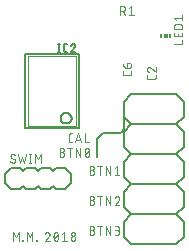
<source format=gto>
G75*
%MOIN*%
%OFA0B0*%
%FSLAX25Y25*%
%IPPOS*%
%LPD*%
%AMOC8*
5,1,8,0,0,1.08239X$1,22.5*
%
%ADD10C,0.00400*%
%ADD11C,0.00300*%
%ADD12C,0.00600*%
%ADD13C,0.00200*%
%ADD14C,0.00500*%
%ADD15R,0.00591X0.01181*%
%ADD16R,0.01181X0.01181*%
D10*
X0008425Y0006121D02*
X0008425Y0008921D01*
X0009358Y0007366D01*
X0010292Y0008921D01*
X0010292Y0006121D01*
X0011585Y0006121D02*
X0011740Y0006121D01*
X0011740Y0006277D01*
X0011585Y0006277D01*
X0011585Y0006121D01*
X0013033Y0006121D02*
X0013033Y0008921D01*
X0013966Y0007366D01*
X0014900Y0008921D01*
X0014900Y0006121D01*
X0016193Y0006121D02*
X0016348Y0006121D01*
X0016348Y0006277D01*
X0016193Y0006277D01*
X0016193Y0006121D01*
X0019045Y0006121D02*
X0020600Y0006121D01*
X0023247Y0006510D02*
X0023287Y0006596D01*
X0023323Y0006684D01*
X0023356Y0006774D01*
X0023385Y0006864D01*
X0023410Y0006956D01*
X0023431Y0007049D01*
X0023449Y0007142D01*
X0023462Y0007236D01*
X0023472Y0007331D01*
X0023478Y0007426D01*
X0023480Y0007521D01*
X0021925Y0007521D02*
X0021927Y0007616D01*
X0021933Y0007711D01*
X0021943Y0007806D01*
X0021956Y0007900D01*
X0021974Y0007993D01*
X0021995Y0008086D01*
X0022020Y0008178D01*
X0022049Y0008268D01*
X0022082Y0008358D01*
X0022118Y0008446D01*
X0022158Y0008532D01*
X0022702Y0008922D02*
X0022747Y0008920D01*
X0022791Y0008915D01*
X0022835Y0008906D01*
X0022878Y0008895D01*
X0022920Y0008879D01*
X0022960Y0008861D01*
X0022999Y0008839D01*
X0023037Y0008815D01*
X0023072Y0008787D01*
X0023105Y0008757D01*
X0023136Y0008725D01*
X0023164Y0008690D01*
X0023189Y0008653D01*
X0023211Y0008615D01*
X0023231Y0008574D01*
X0023247Y0008533D01*
X0023325Y0008299D02*
X0022080Y0006743D01*
X0022702Y0006121D02*
X0022747Y0006123D01*
X0022791Y0006128D01*
X0022835Y0006137D01*
X0022878Y0006148D01*
X0022920Y0006164D01*
X0022960Y0006182D01*
X0022999Y0006204D01*
X0023037Y0006228D01*
X0023072Y0006256D01*
X0023105Y0006286D01*
X0023136Y0006318D01*
X0023164Y0006353D01*
X0023189Y0006390D01*
X0023211Y0006428D01*
X0023231Y0006469D01*
X0023247Y0006510D01*
X0022702Y0006121D02*
X0022657Y0006123D01*
X0022613Y0006128D01*
X0022569Y0006137D01*
X0022526Y0006148D01*
X0022484Y0006164D01*
X0022444Y0006182D01*
X0022405Y0006204D01*
X0022367Y0006228D01*
X0022332Y0006256D01*
X0022299Y0006286D01*
X0022268Y0006318D01*
X0022240Y0006353D01*
X0022215Y0006390D01*
X0022193Y0006428D01*
X0022173Y0006469D01*
X0022157Y0006510D01*
X0023480Y0007521D02*
X0023478Y0007616D01*
X0023472Y0007711D01*
X0023462Y0007806D01*
X0023449Y0007900D01*
X0023431Y0007993D01*
X0023410Y0008086D01*
X0023385Y0008178D01*
X0023356Y0008268D01*
X0023323Y0008358D01*
X0023287Y0008446D01*
X0023247Y0008532D01*
X0022702Y0008922D02*
X0022657Y0008920D01*
X0022613Y0008915D01*
X0022569Y0008906D01*
X0022526Y0008895D01*
X0022484Y0008879D01*
X0022444Y0008861D01*
X0022405Y0008839D01*
X0022367Y0008815D01*
X0022332Y0008787D01*
X0022299Y0008757D01*
X0022268Y0008725D01*
X0022240Y0008690D01*
X0022215Y0008653D01*
X0022193Y0008615D01*
X0022173Y0008574D01*
X0022157Y0008533D01*
X0020367Y0007677D02*
X0019045Y0006121D01*
X0019045Y0008299D02*
X0019064Y0008352D01*
X0019086Y0008404D01*
X0019112Y0008454D01*
X0019141Y0008503D01*
X0019172Y0008550D01*
X0019207Y0008595D01*
X0019244Y0008637D01*
X0019284Y0008677D01*
X0019327Y0008714D01*
X0019371Y0008749D01*
X0019418Y0008781D01*
X0019467Y0008810D01*
X0019517Y0008835D01*
X0019569Y0008858D01*
X0019622Y0008877D01*
X0019676Y0008893D01*
X0019731Y0008905D01*
X0019787Y0008914D01*
X0019844Y0008919D01*
X0019900Y0008921D01*
X0019950Y0008919D01*
X0020000Y0008914D01*
X0020049Y0008905D01*
X0020097Y0008893D01*
X0020145Y0008877D01*
X0020191Y0008858D01*
X0020235Y0008835D01*
X0020278Y0008810D01*
X0020319Y0008781D01*
X0020358Y0008750D01*
X0020395Y0008716D01*
X0020429Y0008679D01*
X0020460Y0008640D01*
X0020489Y0008599D01*
X0020514Y0008556D01*
X0020537Y0008512D01*
X0020556Y0008466D01*
X0020572Y0008418D01*
X0020584Y0008370D01*
X0020593Y0008321D01*
X0020598Y0008271D01*
X0020600Y0008221D01*
X0020598Y0008170D01*
X0020593Y0008120D01*
X0020585Y0008070D01*
X0020573Y0008020D01*
X0020558Y0007972D01*
X0020539Y0007925D01*
X0020518Y0007879D01*
X0020493Y0007834D01*
X0020466Y0007792D01*
X0020435Y0007751D01*
X0020402Y0007713D01*
X0020367Y0007676D01*
X0021925Y0007521D02*
X0021927Y0007426D01*
X0021933Y0007331D01*
X0021943Y0007236D01*
X0021956Y0007142D01*
X0021974Y0007049D01*
X0021995Y0006956D01*
X0022020Y0006864D01*
X0022049Y0006774D01*
X0022082Y0006684D01*
X0022118Y0006596D01*
X0022158Y0006510D01*
X0024805Y0006121D02*
X0026360Y0006121D01*
X0025582Y0006121D02*
X0025582Y0008921D01*
X0024805Y0008299D01*
X0027840Y0008299D02*
X0027842Y0008250D01*
X0027848Y0008202D01*
X0027857Y0008154D01*
X0027870Y0008107D01*
X0027887Y0008061D01*
X0027908Y0008017D01*
X0027932Y0007974D01*
X0027959Y0007933D01*
X0027989Y0007895D01*
X0028022Y0007859D01*
X0028058Y0007826D01*
X0028096Y0007796D01*
X0028137Y0007769D01*
X0028180Y0007745D01*
X0028224Y0007724D01*
X0028270Y0007707D01*
X0028317Y0007694D01*
X0028365Y0007685D01*
X0028413Y0007679D01*
X0028462Y0007677D01*
X0028511Y0007679D01*
X0028559Y0007685D01*
X0028607Y0007694D01*
X0028654Y0007707D01*
X0028700Y0007724D01*
X0028744Y0007745D01*
X0028787Y0007769D01*
X0028828Y0007796D01*
X0028866Y0007826D01*
X0028902Y0007859D01*
X0028935Y0007895D01*
X0028965Y0007933D01*
X0028992Y0007974D01*
X0029016Y0008017D01*
X0029037Y0008061D01*
X0029054Y0008107D01*
X0029067Y0008154D01*
X0029076Y0008202D01*
X0029082Y0008250D01*
X0029084Y0008299D01*
X0029082Y0008348D01*
X0029076Y0008396D01*
X0029067Y0008444D01*
X0029054Y0008491D01*
X0029037Y0008537D01*
X0029016Y0008581D01*
X0028992Y0008624D01*
X0028965Y0008665D01*
X0028935Y0008703D01*
X0028902Y0008739D01*
X0028866Y0008772D01*
X0028828Y0008802D01*
X0028787Y0008829D01*
X0028744Y0008853D01*
X0028700Y0008874D01*
X0028654Y0008891D01*
X0028607Y0008904D01*
X0028559Y0008913D01*
X0028511Y0008919D01*
X0028462Y0008921D01*
X0028413Y0008919D01*
X0028365Y0008913D01*
X0028317Y0008904D01*
X0028270Y0008891D01*
X0028224Y0008874D01*
X0028180Y0008853D01*
X0028137Y0008829D01*
X0028096Y0008802D01*
X0028058Y0008772D01*
X0028022Y0008739D01*
X0027989Y0008703D01*
X0027959Y0008665D01*
X0027932Y0008624D01*
X0027908Y0008581D01*
X0027887Y0008537D01*
X0027870Y0008491D01*
X0027857Y0008444D01*
X0027848Y0008396D01*
X0027842Y0008348D01*
X0027840Y0008299D01*
X0027684Y0006899D02*
X0027686Y0006843D01*
X0027692Y0006788D01*
X0027702Y0006734D01*
X0027716Y0006680D01*
X0027733Y0006627D01*
X0027754Y0006576D01*
X0027779Y0006526D01*
X0027808Y0006478D01*
X0027839Y0006433D01*
X0027874Y0006390D01*
X0027912Y0006349D01*
X0027953Y0006311D01*
X0027996Y0006276D01*
X0028041Y0006245D01*
X0028089Y0006216D01*
X0028139Y0006191D01*
X0028190Y0006170D01*
X0028243Y0006153D01*
X0028297Y0006139D01*
X0028351Y0006129D01*
X0028406Y0006123D01*
X0028462Y0006121D01*
X0028518Y0006123D01*
X0028573Y0006129D01*
X0028627Y0006139D01*
X0028681Y0006153D01*
X0028734Y0006170D01*
X0028785Y0006191D01*
X0028835Y0006216D01*
X0028883Y0006245D01*
X0028928Y0006276D01*
X0028971Y0006311D01*
X0029012Y0006349D01*
X0029050Y0006390D01*
X0029085Y0006433D01*
X0029116Y0006478D01*
X0029145Y0006526D01*
X0029170Y0006576D01*
X0029191Y0006627D01*
X0029208Y0006680D01*
X0029222Y0006734D01*
X0029232Y0006788D01*
X0029238Y0006843D01*
X0029240Y0006899D01*
X0029238Y0006955D01*
X0029232Y0007010D01*
X0029222Y0007064D01*
X0029208Y0007118D01*
X0029191Y0007171D01*
X0029170Y0007222D01*
X0029145Y0007272D01*
X0029116Y0007320D01*
X0029085Y0007365D01*
X0029050Y0007408D01*
X0029012Y0007449D01*
X0028971Y0007487D01*
X0028928Y0007522D01*
X0028883Y0007553D01*
X0028835Y0007582D01*
X0028785Y0007607D01*
X0028734Y0007628D01*
X0028681Y0007645D01*
X0028627Y0007659D01*
X0028573Y0007669D01*
X0028518Y0007675D01*
X0028462Y0007677D01*
X0028406Y0007675D01*
X0028351Y0007669D01*
X0028297Y0007659D01*
X0028243Y0007645D01*
X0028190Y0007628D01*
X0028139Y0007607D01*
X0028089Y0007582D01*
X0028041Y0007553D01*
X0027996Y0007522D01*
X0027953Y0007487D01*
X0027912Y0007449D01*
X0027874Y0007408D01*
X0027839Y0007365D01*
X0027808Y0007320D01*
X0027779Y0007272D01*
X0027754Y0007222D01*
X0027733Y0007171D01*
X0027716Y0007118D01*
X0027702Y0007064D01*
X0027692Y0007010D01*
X0027686Y0006955D01*
X0027684Y0006899D01*
D11*
X0033966Y0008040D02*
X0033966Y0010940D01*
X0034771Y0010940D01*
X0034771Y0010939D02*
X0034820Y0010937D01*
X0034869Y0010931D01*
X0034918Y0010922D01*
X0034965Y0010909D01*
X0035012Y0010892D01*
X0035057Y0010872D01*
X0035100Y0010849D01*
X0035142Y0010822D01*
X0035181Y0010792D01*
X0035218Y0010759D01*
X0035252Y0010723D01*
X0035283Y0010685D01*
X0035312Y0010645D01*
X0035337Y0010603D01*
X0035359Y0010558D01*
X0035377Y0010513D01*
X0035392Y0010466D01*
X0035403Y0010418D01*
X0035411Y0010369D01*
X0035415Y0010320D01*
X0035415Y0010270D01*
X0035411Y0010221D01*
X0035403Y0010172D01*
X0035392Y0010124D01*
X0035377Y0010077D01*
X0035359Y0010032D01*
X0035337Y0009987D01*
X0035312Y0009945D01*
X0035283Y0009905D01*
X0035252Y0009867D01*
X0035218Y0009831D01*
X0035181Y0009798D01*
X0035142Y0009768D01*
X0035100Y0009741D01*
X0035057Y0009718D01*
X0035012Y0009698D01*
X0034965Y0009681D01*
X0034918Y0009668D01*
X0034869Y0009659D01*
X0034820Y0009653D01*
X0034771Y0009651D01*
X0033966Y0009651D01*
X0034771Y0009651D02*
X0034826Y0009649D01*
X0034881Y0009643D01*
X0034935Y0009634D01*
X0034988Y0009621D01*
X0035041Y0009604D01*
X0035092Y0009584D01*
X0035142Y0009561D01*
X0035190Y0009534D01*
X0035236Y0009503D01*
X0035280Y0009470D01*
X0035321Y0009434D01*
X0035360Y0009395D01*
X0035396Y0009354D01*
X0035429Y0009310D01*
X0035460Y0009264D01*
X0035487Y0009216D01*
X0035510Y0009166D01*
X0035530Y0009115D01*
X0035547Y0009062D01*
X0035560Y0009009D01*
X0035569Y0008955D01*
X0035575Y0008900D01*
X0035577Y0008845D01*
X0035575Y0008790D01*
X0035569Y0008735D01*
X0035560Y0008681D01*
X0035547Y0008628D01*
X0035530Y0008575D01*
X0035510Y0008524D01*
X0035487Y0008474D01*
X0035460Y0008426D01*
X0035429Y0008380D01*
X0035396Y0008336D01*
X0035360Y0008295D01*
X0035321Y0008256D01*
X0035280Y0008220D01*
X0035236Y0008187D01*
X0035190Y0008156D01*
X0035142Y0008129D01*
X0035092Y0008106D01*
X0035041Y0008086D01*
X0034988Y0008069D01*
X0034935Y0008056D01*
X0034881Y0008047D01*
X0034826Y0008041D01*
X0034771Y0008039D01*
X0034771Y0008040D02*
X0033966Y0008040D01*
X0036511Y0010940D02*
X0038122Y0010940D01*
X0039295Y0010940D02*
X0040906Y0008040D01*
X0040906Y0010940D01*
X0042271Y0010940D02*
X0043238Y0010940D01*
X0043238Y0010939D02*
X0043287Y0010937D01*
X0043336Y0010931D01*
X0043385Y0010922D01*
X0043432Y0010909D01*
X0043479Y0010892D01*
X0043524Y0010872D01*
X0043567Y0010849D01*
X0043609Y0010822D01*
X0043648Y0010792D01*
X0043685Y0010759D01*
X0043719Y0010723D01*
X0043750Y0010685D01*
X0043779Y0010645D01*
X0043804Y0010603D01*
X0043826Y0010558D01*
X0043844Y0010513D01*
X0043859Y0010466D01*
X0043870Y0010418D01*
X0043878Y0010369D01*
X0043882Y0010320D01*
X0043882Y0010270D01*
X0043878Y0010221D01*
X0043870Y0010172D01*
X0043859Y0010124D01*
X0043844Y0010077D01*
X0043826Y0010032D01*
X0043804Y0009987D01*
X0043779Y0009945D01*
X0043750Y0009905D01*
X0043719Y0009867D01*
X0043685Y0009831D01*
X0043648Y0009798D01*
X0043609Y0009768D01*
X0043567Y0009741D01*
X0043524Y0009718D01*
X0043479Y0009698D01*
X0043432Y0009681D01*
X0043385Y0009668D01*
X0043336Y0009659D01*
X0043287Y0009653D01*
X0043238Y0009651D01*
X0042593Y0009651D01*
X0043077Y0009651D02*
X0043132Y0009649D01*
X0043187Y0009643D01*
X0043241Y0009634D01*
X0043294Y0009621D01*
X0043347Y0009604D01*
X0043398Y0009584D01*
X0043448Y0009561D01*
X0043496Y0009534D01*
X0043542Y0009503D01*
X0043586Y0009470D01*
X0043627Y0009434D01*
X0043666Y0009395D01*
X0043702Y0009354D01*
X0043735Y0009310D01*
X0043766Y0009264D01*
X0043793Y0009216D01*
X0043816Y0009166D01*
X0043836Y0009115D01*
X0043853Y0009062D01*
X0043866Y0009009D01*
X0043875Y0008955D01*
X0043881Y0008900D01*
X0043883Y0008845D01*
X0043881Y0008790D01*
X0043875Y0008735D01*
X0043866Y0008681D01*
X0043853Y0008628D01*
X0043836Y0008575D01*
X0043816Y0008524D01*
X0043793Y0008474D01*
X0043766Y0008426D01*
X0043735Y0008380D01*
X0043702Y0008336D01*
X0043666Y0008295D01*
X0043627Y0008256D01*
X0043586Y0008220D01*
X0043542Y0008187D01*
X0043496Y0008156D01*
X0043448Y0008129D01*
X0043398Y0008106D01*
X0043347Y0008086D01*
X0043294Y0008069D01*
X0043241Y0008056D01*
X0043187Y0008047D01*
X0043132Y0008041D01*
X0043077Y0008039D01*
X0043077Y0008040D02*
X0042271Y0008040D01*
X0039295Y0008040D02*
X0039295Y0010940D01*
X0037317Y0010940D02*
X0037317Y0008040D01*
X0037317Y0018040D02*
X0037317Y0020940D01*
X0038122Y0020940D02*
X0036511Y0020940D01*
X0034771Y0020940D02*
X0033966Y0020940D01*
X0033966Y0018040D01*
X0034771Y0018040D01*
X0034771Y0018039D02*
X0034826Y0018041D01*
X0034881Y0018047D01*
X0034935Y0018056D01*
X0034988Y0018069D01*
X0035041Y0018086D01*
X0035092Y0018106D01*
X0035142Y0018129D01*
X0035190Y0018156D01*
X0035236Y0018187D01*
X0035280Y0018220D01*
X0035321Y0018256D01*
X0035360Y0018295D01*
X0035396Y0018336D01*
X0035429Y0018380D01*
X0035460Y0018426D01*
X0035487Y0018474D01*
X0035510Y0018524D01*
X0035530Y0018575D01*
X0035547Y0018628D01*
X0035560Y0018681D01*
X0035569Y0018735D01*
X0035575Y0018790D01*
X0035577Y0018845D01*
X0035575Y0018900D01*
X0035569Y0018955D01*
X0035560Y0019009D01*
X0035547Y0019062D01*
X0035530Y0019115D01*
X0035510Y0019166D01*
X0035487Y0019216D01*
X0035460Y0019264D01*
X0035429Y0019310D01*
X0035396Y0019354D01*
X0035360Y0019395D01*
X0035321Y0019434D01*
X0035280Y0019470D01*
X0035236Y0019503D01*
X0035190Y0019534D01*
X0035142Y0019561D01*
X0035092Y0019584D01*
X0035041Y0019604D01*
X0034988Y0019621D01*
X0034935Y0019634D01*
X0034881Y0019643D01*
X0034826Y0019649D01*
X0034771Y0019651D01*
X0033966Y0019651D01*
X0034771Y0019651D02*
X0034820Y0019653D01*
X0034869Y0019659D01*
X0034918Y0019668D01*
X0034965Y0019681D01*
X0035012Y0019698D01*
X0035057Y0019718D01*
X0035100Y0019741D01*
X0035142Y0019768D01*
X0035181Y0019798D01*
X0035218Y0019831D01*
X0035252Y0019867D01*
X0035283Y0019905D01*
X0035312Y0019945D01*
X0035337Y0019987D01*
X0035359Y0020032D01*
X0035377Y0020077D01*
X0035392Y0020124D01*
X0035403Y0020172D01*
X0035411Y0020221D01*
X0035415Y0020270D01*
X0035415Y0020320D01*
X0035411Y0020369D01*
X0035403Y0020418D01*
X0035392Y0020466D01*
X0035377Y0020513D01*
X0035359Y0020558D01*
X0035337Y0020603D01*
X0035312Y0020645D01*
X0035283Y0020685D01*
X0035252Y0020723D01*
X0035218Y0020759D01*
X0035181Y0020792D01*
X0035142Y0020822D01*
X0035100Y0020849D01*
X0035057Y0020872D01*
X0035012Y0020892D01*
X0034965Y0020909D01*
X0034918Y0020922D01*
X0034869Y0020931D01*
X0034820Y0020937D01*
X0034771Y0020939D01*
X0039295Y0020940D02*
X0039295Y0018040D01*
X0040906Y0018040D02*
X0039295Y0020940D01*
X0040906Y0020940D02*
X0040906Y0018040D01*
X0042271Y0018040D02*
X0043882Y0018040D01*
X0042271Y0018040D02*
X0043641Y0019651D01*
X0043157Y0020939D02*
X0043098Y0020937D01*
X0043040Y0020932D01*
X0042982Y0020922D01*
X0042925Y0020910D01*
X0042869Y0020893D01*
X0042814Y0020874D01*
X0042760Y0020850D01*
X0042708Y0020824D01*
X0042658Y0020794D01*
X0042609Y0020761D01*
X0042563Y0020725D01*
X0042519Y0020686D01*
X0042478Y0020645D01*
X0042439Y0020601D01*
X0042403Y0020555D01*
X0042371Y0020506D01*
X0042341Y0020456D01*
X0042314Y0020404D01*
X0042291Y0020350D01*
X0042271Y0020295D01*
X0043641Y0019651D02*
X0043678Y0019688D01*
X0043712Y0019728D01*
X0043744Y0019770D01*
X0043772Y0019815D01*
X0043798Y0019861D01*
X0043820Y0019908D01*
X0043839Y0019957D01*
X0043855Y0020007D01*
X0043867Y0020058D01*
X0043876Y0020110D01*
X0043881Y0020162D01*
X0043883Y0020215D01*
X0043882Y0020215D02*
X0043880Y0020267D01*
X0043875Y0020318D01*
X0043865Y0020369D01*
X0043853Y0020419D01*
X0043836Y0020468D01*
X0043816Y0020516D01*
X0043793Y0020562D01*
X0043767Y0020607D01*
X0043737Y0020649D01*
X0043705Y0020690D01*
X0043670Y0020728D01*
X0043632Y0020763D01*
X0043591Y0020795D01*
X0043549Y0020825D01*
X0043504Y0020851D01*
X0043458Y0020874D01*
X0043410Y0020894D01*
X0043361Y0020911D01*
X0043311Y0020923D01*
X0043260Y0020933D01*
X0043209Y0020938D01*
X0043157Y0020940D01*
X0043077Y0028040D02*
X0043077Y0030940D01*
X0042271Y0030295D01*
X0040906Y0030940D02*
X0040906Y0028040D01*
X0039295Y0030940D01*
X0039295Y0028040D01*
X0037317Y0028040D02*
X0037317Y0030940D01*
X0038122Y0030940D02*
X0036511Y0030940D01*
X0034771Y0030940D02*
X0033966Y0030940D01*
X0033966Y0028040D01*
X0034771Y0028040D01*
X0034771Y0028039D02*
X0034826Y0028041D01*
X0034881Y0028047D01*
X0034935Y0028056D01*
X0034988Y0028069D01*
X0035041Y0028086D01*
X0035092Y0028106D01*
X0035142Y0028129D01*
X0035190Y0028156D01*
X0035236Y0028187D01*
X0035280Y0028220D01*
X0035321Y0028256D01*
X0035360Y0028295D01*
X0035396Y0028336D01*
X0035429Y0028380D01*
X0035460Y0028426D01*
X0035487Y0028474D01*
X0035510Y0028524D01*
X0035530Y0028575D01*
X0035547Y0028628D01*
X0035560Y0028681D01*
X0035569Y0028735D01*
X0035575Y0028790D01*
X0035577Y0028845D01*
X0035575Y0028900D01*
X0035569Y0028955D01*
X0035560Y0029009D01*
X0035547Y0029062D01*
X0035530Y0029115D01*
X0035510Y0029166D01*
X0035487Y0029216D01*
X0035460Y0029264D01*
X0035429Y0029310D01*
X0035396Y0029354D01*
X0035360Y0029395D01*
X0035321Y0029434D01*
X0035280Y0029470D01*
X0035236Y0029503D01*
X0035190Y0029534D01*
X0035142Y0029561D01*
X0035092Y0029584D01*
X0035041Y0029604D01*
X0034988Y0029621D01*
X0034935Y0029634D01*
X0034881Y0029643D01*
X0034826Y0029649D01*
X0034771Y0029651D01*
X0033966Y0029651D01*
X0034771Y0029651D02*
X0034820Y0029653D01*
X0034869Y0029659D01*
X0034918Y0029668D01*
X0034965Y0029681D01*
X0035012Y0029698D01*
X0035057Y0029718D01*
X0035100Y0029741D01*
X0035142Y0029768D01*
X0035181Y0029798D01*
X0035218Y0029831D01*
X0035252Y0029867D01*
X0035283Y0029905D01*
X0035312Y0029945D01*
X0035337Y0029987D01*
X0035359Y0030032D01*
X0035377Y0030077D01*
X0035392Y0030124D01*
X0035403Y0030172D01*
X0035411Y0030221D01*
X0035415Y0030270D01*
X0035415Y0030320D01*
X0035411Y0030369D01*
X0035403Y0030418D01*
X0035392Y0030466D01*
X0035377Y0030513D01*
X0035359Y0030558D01*
X0035337Y0030603D01*
X0035312Y0030645D01*
X0035283Y0030685D01*
X0035252Y0030723D01*
X0035218Y0030759D01*
X0035181Y0030792D01*
X0035142Y0030822D01*
X0035100Y0030849D01*
X0035057Y0030872D01*
X0035012Y0030892D01*
X0034965Y0030909D01*
X0034918Y0030922D01*
X0034869Y0030931D01*
X0034820Y0030937D01*
X0034771Y0030939D01*
X0033077Y0034040D02*
X0033123Y0034042D01*
X0033169Y0034047D01*
X0033214Y0034056D01*
X0033259Y0034068D01*
X0033302Y0034084D01*
X0033344Y0034103D01*
X0033385Y0034126D01*
X0033423Y0034151D01*
X0033460Y0034179D01*
X0033494Y0034210D01*
X0033526Y0034244D01*
X0033555Y0034280D01*
X0033581Y0034318D01*
X0033604Y0034358D01*
X0033624Y0034400D01*
X0033641Y0034443D01*
X0033077Y0034040D02*
X0033031Y0034042D01*
X0032985Y0034047D01*
X0032940Y0034056D01*
X0032895Y0034068D01*
X0032852Y0034084D01*
X0032810Y0034103D01*
X0032769Y0034126D01*
X0032731Y0034151D01*
X0032694Y0034179D01*
X0032660Y0034210D01*
X0032628Y0034244D01*
X0032599Y0034280D01*
X0032573Y0034318D01*
X0032550Y0034358D01*
X0032530Y0034400D01*
X0032513Y0034443D01*
X0032432Y0034684D02*
X0033721Y0036295D01*
X0033641Y0036537D02*
X0033624Y0036580D01*
X0033604Y0036622D01*
X0033581Y0036662D01*
X0033555Y0036700D01*
X0033526Y0036736D01*
X0033494Y0036770D01*
X0033460Y0036801D01*
X0033423Y0036829D01*
X0033385Y0036854D01*
X0033344Y0036877D01*
X0033302Y0036896D01*
X0033259Y0036912D01*
X0033214Y0036924D01*
X0033169Y0036933D01*
X0033123Y0036938D01*
X0033077Y0036940D01*
X0033031Y0036938D01*
X0032985Y0036933D01*
X0032940Y0036924D01*
X0032895Y0036912D01*
X0032852Y0036896D01*
X0032810Y0036877D01*
X0032769Y0036854D01*
X0032731Y0036829D01*
X0032694Y0036801D01*
X0032660Y0036770D01*
X0032628Y0036736D01*
X0032599Y0036700D01*
X0032573Y0036662D01*
X0032550Y0036622D01*
X0032530Y0036580D01*
X0032513Y0036537D01*
X0033641Y0036537D02*
X0033679Y0036455D01*
X0033714Y0036372D01*
X0033746Y0036287D01*
X0033775Y0036202D01*
X0033800Y0036115D01*
X0033822Y0036027D01*
X0033840Y0035939D01*
X0033856Y0035850D01*
X0033868Y0035760D01*
X0033876Y0035671D01*
X0033881Y0035580D01*
X0033883Y0035490D01*
X0032271Y0035490D02*
X0032273Y0035580D01*
X0032278Y0035671D01*
X0032286Y0035760D01*
X0032298Y0035850D01*
X0032314Y0035939D01*
X0032332Y0036027D01*
X0032354Y0036115D01*
X0032379Y0036202D01*
X0032408Y0036287D01*
X0032440Y0036372D01*
X0032475Y0036455D01*
X0032513Y0036537D01*
X0033883Y0035490D02*
X0033881Y0035400D01*
X0033876Y0035309D01*
X0033868Y0035220D01*
X0033856Y0035130D01*
X0033840Y0035041D01*
X0033822Y0034953D01*
X0033800Y0034865D01*
X0033775Y0034778D01*
X0033746Y0034693D01*
X0033714Y0034608D01*
X0033679Y0034525D01*
X0033641Y0034443D01*
X0032513Y0034443D02*
X0032475Y0034525D01*
X0032440Y0034608D01*
X0032408Y0034693D01*
X0032379Y0034778D01*
X0032354Y0034865D01*
X0032332Y0034953D01*
X0032314Y0035041D01*
X0032298Y0035130D01*
X0032286Y0035220D01*
X0032278Y0035309D01*
X0032273Y0035400D01*
X0032271Y0035490D01*
X0030906Y0034040D02*
X0030906Y0036940D01*
X0029295Y0036940D02*
X0030906Y0034040D01*
X0029295Y0034040D02*
X0029295Y0036940D01*
X0028122Y0036940D02*
X0026511Y0036940D01*
X0027317Y0036940D02*
X0027317Y0034040D01*
X0024771Y0034040D02*
X0023966Y0034040D01*
X0023966Y0036940D01*
X0024771Y0036940D01*
X0024771Y0036939D02*
X0024820Y0036937D01*
X0024869Y0036931D01*
X0024918Y0036922D01*
X0024965Y0036909D01*
X0025012Y0036892D01*
X0025057Y0036872D01*
X0025100Y0036849D01*
X0025142Y0036822D01*
X0025181Y0036792D01*
X0025218Y0036759D01*
X0025252Y0036723D01*
X0025283Y0036685D01*
X0025312Y0036645D01*
X0025337Y0036603D01*
X0025359Y0036558D01*
X0025377Y0036513D01*
X0025392Y0036466D01*
X0025403Y0036418D01*
X0025411Y0036369D01*
X0025415Y0036320D01*
X0025415Y0036270D01*
X0025411Y0036221D01*
X0025403Y0036172D01*
X0025392Y0036124D01*
X0025377Y0036077D01*
X0025359Y0036032D01*
X0025337Y0035987D01*
X0025312Y0035945D01*
X0025283Y0035905D01*
X0025252Y0035867D01*
X0025218Y0035831D01*
X0025181Y0035798D01*
X0025142Y0035768D01*
X0025100Y0035741D01*
X0025057Y0035718D01*
X0025012Y0035698D01*
X0024965Y0035681D01*
X0024918Y0035668D01*
X0024869Y0035659D01*
X0024820Y0035653D01*
X0024771Y0035651D01*
X0023966Y0035651D01*
X0024771Y0035651D02*
X0024826Y0035649D01*
X0024881Y0035643D01*
X0024935Y0035634D01*
X0024988Y0035621D01*
X0025041Y0035604D01*
X0025092Y0035584D01*
X0025142Y0035561D01*
X0025190Y0035534D01*
X0025236Y0035503D01*
X0025280Y0035470D01*
X0025321Y0035434D01*
X0025360Y0035395D01*
X0025396Y0035354D01*
X0025429Y0035310D01*
X0025460Y0035264D01*
X0025487Y0035216D01*
X0025510Y0035166D01*
X0025530Y0035115D01*
X0025547Y0035062D01*
X0025560Y0035009D01*
X0025569Y0034955D01*
X0025575Y0034900D01*
X0025577Y0034845D01*
X0025575Y0034790D01*
X0025569Y0034735D01*
X0025560Y0034681D01*
X0025547Y0034628D01*
X0025530Y0034575D01*
X0025510Y0034524D01*
X0025487Y0034474D01*
X0025460Y0034426D01*
X0025429Y0034380D01*
X0025396Y0034336D01*
X0025360Y0034295D01*
X0025321Y0034256D01*
X0025280Y0034220D01*
X0025236Y0034187D01*
X0025190Y0034156D01*
X0025142Y0034129D01*
X0025092Y0034106D01*
X0025041Y0034086D01*
X0024988Y0034069D01*
X0024935Y0034056D01*
X0024881Y0034047D01*
X0024826Y0034041D01*
X0024771Y0034039D01*
X0027610Y0039040D02*
X0028254Y0039040D01*
X0027610Y0039040D02*
X0027562Y0039042D01*
X0027514Y0039047D01*
X0027467Y0039056D01*
X0027420Y0039069D01*
X0027375Y0039085D01*
X0027331Y0039104D01*
X0027288Y0039126D01*
X0027247Y0039152D01*
X0027208Y0039181D01*
X0027172Y0039212D01*
X0027138Y0039246D01*
X0027107Y0039282D01*
X0027078Y0039321D01*
X0027052Y0039362D01*
X0027030Y0039405D01*
X0027011Y0039449D01*
X0026995Y0039494D01*
X0026982Y0039541D01*
X0026973Y0039588D01*
X0026968Y0039636D01*
X0026966Y0039684D01*
X0026966Y0041295D01*
X0026968Y0041346D01*
X0026974Y0041396D01*
X0026984Y0041445D01*
X0026998Y0041494D01*
X0027015Y0041541D01*
X0027036Y0041587D01*
X0027061Y0041631D01*
X0027089Y0041674D01*
X0027120Y0041713D01*
X0027155Y0041750D01*
X0027192Y0041785D01*
X0027231Y0041816D01*
X0027274Y0041844D01*
X0027318Y0041869D01*
X0027364Y0041890D01*
X0027411Y0041907D01*
X0027460Y0041921D01*
X0027509Y0041931D01*
X0027559Y0041937D01*
X0027610Y0041939D01*
X0027610Y0041940D02*
X0028254Y0041940D01*
X0029455Y0039765D02*
X0030905Y0039765D01*
X0031147Y0039040D02*
X0030180Y0041940D01*
X0029214Y0039040D01*
X0032357Y0039040D02*
X0033646Y0039040D01*
X0032357Y0039040D02*
X0032357Y0041940D01*
X0042271Y0028040D02*
X0043882Y0028040D01*
X0053705Y0059964D02*
X0055316Y0059964D01*
X0055364Y0059966D01*
X0055412Y0059971D01*
X0055459Y0059980D01*
X0055506Y0059993D01*
X0055551Y0060009D01*
X0055595Y0060028D01*
X0055638Y0060050D01*
X0055679Y0060076D01*
X0055718Y0060105D01*
X0055754Y0060136D01*
X0055788Y0060170D01*
X0055819Y0060206D01*
X0055848Y0060245D01*
X0055874Y0060286D01*
X0055896Y0060329D01*
X0055915Y0060373D01*
X0055931Y0060418D01*
X0055944Y0060465D01*
X0055953Y0060512D01*
X0055958Y0060560D01*
X0055960Y0060608D01*
X0055960Y0061253D01*
X0055960Y0062373D02*
X0055960Y0063984D01*
X0055960Y0062373D02*
X0054349Y0063742D01*
X0053061Y0063259D02*
X0053063Y0063200D01*
X0053068Y0063142D01*
X0053078Y0063084D01*
X0053090Y0063027D01*
X0053107Y0062971D01*
X0053126Y0062916D01*
X0053150Y0062862D01*
X0053176Y0062810D01*
X0053206Y0062760D01*
X0053239Y0062711D01*
X0053275Y0062665D01*
X0053314Y0062621D01*
X0053355Y0062580D01*
X0053399Y0062541D01*
X0053445Y0062505D01*
X0053494Y0062473D01*
X0053544Y0062443D01*
X0053596Y0062416D01*
X0053650Y0062393D01*
X0053705Y0062373D01*
X0054349Y0063742D02*
X0054312Y0063779D01*
X0054272Y0063813D01*
X0054230Y0063845D01*
X0054185Y0063873D01*
X0054139Y0063899D01*
X0054092Y0063921D01*
X0054043Y0063940D01*
X0053993Y0063956D01*
X0053942Y0063968D01*
X0053890Y0063977D01*
X0053838Y0063982D01*
X0053785Y0063984D01*
X0053733Y0063982D01*
X0053682Y0063977D01*
X0053631Y0063967D01*
X0053581Y0063955D01*
X0053532Y0063938D01*
X0053484Y0063918D01*
X0053438Y0063895D01*
X0053393Y0063869D01*
X0053351Y0063839D01*
X0053310Y0063807D01*
X0053272Y0063772D01*
X0053237Y0063734D01*
X0053205Y0063693D01*
X0053175Y0063651D01*
X0053149Y0063606D01*
X0053126Y0063560D01*
X0053106Y0063512D01*
X0053089Y0063463D01*
X0053077Y0063413D01*
X0053067Y0063362D01*
X0053062Y0063311D01*
X0053060Y0063259D01*
X0053060Y0061253D02*
X0053060Y0060608D01*
X0053061Y0060608D02*
X0053063Y0060557D01*
X0053069Y0060507D01*
X0053079Y0060458D01*
X0053093Y0060409D01*
X0053110Y0060362D01*
X0053131Y0060316D01*
X0053156Y0060271D01*
X0053184Y0060229D01*
X0053215Y0060190D01*
X0053250Y0060153D01*
X0053287Y0060118D01*
X0053326Y0060087D01*
X0053369Y0060059D01*
X0053413Y0060034D01*
X0053459Y0060013D01*
X0053506Y0059996D01*
X0053555Y0059982D01*
X0053604Y0059972D01*
X0053654Y0059966D01*
X0053705Y0059964D01*
X0047901Y0061959D02*
X0047901Y0062603D01*
X0047901Y0061959D02*
X0047899Y0061911D01*
X0047894Y0061863D01*
X0047885Y0061816D01*
X0047872Y0061769D01*
X0047856Y0061724D01*
X0047837Y0061680D01*
X0047815Y0061637D01*
X0047789Y0061596D01*
X0047760Y0061557D01*
X0047729Y0061521D01*
X0047695Y0061487D01*
X0047659Y0061456D01*
X0047620Y0061427D01*
X0047579Y0061401D01*
X0047536Y0061379D01*
X0047492Y0061360D01*
X0047447Y0061344D01*
X0047400Y0061331D01*
X0047353Y0061322D01*
X0047305Y0061317D01*
X0047257Y0061315D01*
X0047257Y0061314D02*
X0045645Y0061314D01*
X0045645Y0061315D02*
X0045594Y0061317D01*
X0045544Y0061323D01*
X0045495Y0061333D01*
X0045446Y0061347D01*
X0045399Y0061364D01*
X0045353Y0061385D01*
X0045309Y0061410D01*
X0045266Y0061438D01*
X0045227Y0061469D01*
X0045190Y0061504D01*
X0045155Y0061541D01*
X0045124Y0061580D01*
X0045096Y0061622D01*
X0045071Y0061667D01*
X0045050Y0061713D01*
X0045033Y0061760D01*
X0045019Y0061809D01*
X0045009Y0061858D01*
X0045003Y0061908D01*
X0045001Y0061959D01*
X0045001Y0062603D01*
X0046290Y0063723D02*
X0046290Y0064690D01*
X0046290Y0063723D02*
X0046220Y0063725D01*
X0046151Y0063731D01*
X0046081Y0063740D01*
X0046013Y0063753D01*
X0045945Y0063770D01*
X0045878Y0063790D01*
X0045813Y0063815D01*
X0045749Y0063842D01*
X0045686Y0063873D01*
X0045625Y0063908D01*
X0045567Y0063945D01*
X0045510Y0063986D01*
X0045456Y0064030D01*
X0045404Y0064076D01*
X0045354Y0064126D01*
X0045308Y0064178D01*
X0045264Y0064232D01*
X0045223Y0064289D01*
X0045186Y0064347D01*
X0045151Y0064408D01*
X0045120Y0064471D01*
X0045093Y0064535D01*
X0045068Y0064600D01*
X0045048Y0064667D01*
X0045031Y0064735D01*
X0045018Y0064803D01*
X0045009Y0064873D01*
X0045003Y0064942D01*
X0045001Y0065012D01*
X0046290Y0063723D02*
X0047095Y0063723D01*
X0047150Y0063725D01*
X0047205Y0063731D01*
X0047259Y0063740D01*
X0047312Y0063753D01*
X0047365Y0063770D01*
X0047416Y0063790D01*
X0047466Y0063813D01*
X0047514Y0063840D01*
X0047560Y0063871D01*
X0047604Y0063904D01*
X0047645Y0063940D01*
X0047684Y0063979D01*
X0047720Y0064020D01*
X0047753Y0064064D01*
X0047784Y0064110D01*
X0047811Y0064158D01*
X0047834Y0064208D01*
X0047854Y0064259D01*
X0047871Y0064312D01*
X0047884Y0064365D01*
X0047893Y0064419D01*
X0047899Y0064474D01*
X0047901Y0064529D01*
X0047899Y0064584D01*
X0047893Y0064639D01*
X0047884Y0064693D01*
X0047871Y0064746D01*
X0047854Y0064799D01*
X0047834Y0064850D01*
X0047811Y0064900D01*
X0047784Y0064948D01*
X0047753Y0064994D01*
X0047720Y0065038D01*
X0047684Y0065079D01*
X0047645Y0065118D01*
X0047604Y0065154D01*
X0047560Y0065187D01*
X0047514Y0065218D01*
X0047466Y0065245D01*
X0047416Y0065268D01*
X0047365Y0065288D01*
X0047312Y0065305D01*
X0047259Y0065318D01*
X0047205Y0065327D01*
X0047150Y0065333D01*
X0047095Y0065335D01*
X0047095Y0065334D02*
X0046934Y0065334D01*
X0046886Y0065332D01*
X0046838Y0065327D01*
X0046791Y0065318D01*
X0046744Y0065305D01*
X0046699Y0065289D01*
X0046655Y0065270D01*
X0046612Y0065248D01*
X0046571Y0065222D01*
X0046532Y0065194D01*
X0046496Y0065162D01*
X0046462Y0065128D01*
X0046431Y0065092D01*
X0046402Y0065053D01*
X0046376Y0065012D01*
X0046354Y0064969D01*
X0046335Y0064925D01*
X0046319Y0064880D01*
X0046306Y0064833D01*
X0046297Y0064786D01*
X0046292Y0064738D01*
X0046290Y0064690D01*
X0045841Y0081434D02*
X0045197Y0082723D01*
X0045036Y0082723D02*
X0044230Y0082723D01*
X0044230Y0081434D02*
X0044230Y0084334D01*
X0045036Y0084334D01*
X0045036Y0084335D02*
X0045091Y0084333D01*
X0045146Y0084327D01*
X0045200Y0084318D01*
X0045253Y0084305D01*
X0045306Y0084288D01*
X0045357Y0084268D01*
X0045407Y0084245D01*
X0045455Y0084218D01*
X0045501Y0084187D01*
X0045545Y0084154D01*
X0045586Y0084118D01*
X0045625Y0084079D01*
X0045661Y0084038D01*
X0045694Y0083994D01*
X0045725Y0083948D01*
X0045752Y0083900D01*
X0045775Y0083850D01*
X0045795Y0083799D01*
X0045812Y0083746D01*
X0045825Y0083693D01*
X0045834Y0083639D01*
X0045840Y0083584D01*
X0045842Y0083529D01*
X0045840Y0083474D01*
X0045834Y0083419D01*
X0045825Y0083365D01*
X0045812Y0083312D01*
X0045795Y0083259D01*
X0045775Y0083208D01*
X0045752Y0083158D01*
X0045725Y0083110D01*
X0045694Y0083064D01*
X0045661Y0083020D01*
X0045625Y0082979D01*
X0045586Y0082940D01*
X0045545Y0082904D01*
X0045501Y0082871D01*
X0045455Y0082840D01*
X0045407Y0082813D01*
X0045357Y0082790D01*
X0045306Y0082770D01*
X0045253Y0082753D01*
X0045200Y0082740D01*
X0045146Y0082731D01*
X0045091Y0082725D01*
X0045036Y0082723D01*
X0047090Y0083690D02*
X0047895Y0084334D01*
X0047895Y0081434D01*
X0047090Y0081434D02*
X0048701Y0081434D01*
X0062001Y0080466D02*
X0064901Y0080466D01*
X0064901Y0081271D02*
X0064901Y0079660D01*
X0064095Y0078295D02*
X0062807Y0078295D01*
X0062807Y0078296D02*
X0062752Y0078294D01*
X0062697Y0078288D01*
X0062643Y0078279D01*
X0062590Y0078266D01*
X0062537Y0078249D01*
X0062486Y0078229D01*
X0062436Y0078206D01*
X0062388Y0078179D01*
X0062342Y0078148D01*
X0062298Y0078115D01*
X0062257Y0078079D01*
X0062218Y0078040D01*
X0062182Y0077999D01*
X0062149Y0077955D01*
X0062118Y0077909D01*
X0062091Y0077861D01*
X0062068Y0077811D01*
X0062048Y0077760D01*
X0062031Y0077707D01*
X0062018Y0077654D01*
X0062009Y0077600D01*
X0062003Y0077545D01*
X0062001Y0077490D01*
X0062001Y0076684D01*
X0064901Y0076684D01*
X0064901Y0077490D01*
X0064899Y0077545D01*
X0064893Y0077600D01*
X0064884Y0077654D01*
X0064871Y0077707D01*
X0064854Y0077760D01*
X0064834Y0077811D01*
X0064811Y0077861D01*
X0064784Y0077909D01*
X0064753Y0077955D01*
X0064720Y0077999D01*
X0064684Y0078040D01*
X0064645Y0078079D01*
X0064604Y0078115D01*
X0064560Y0078148D01*
X0064514Y0078179D01*
X0064466Y0078206D01*
X0064416Y0078229D01*
X0064365Y0078249D01*
X0064312Y0078266D01*
X0064259Y0078279D01*
X0064205Y0078288D01*
X0064150Y0078294D01*
X0064095Y0078296D01*
X0062645Y0079660D02*
X0062001Y0080466D01*
X0062001Y0075483D02*
X0062001Y0074194D01*
X0064901Y0074194D01*
X0064901Y0075483D01*
X0063290Y0075161D02*
X0063290Y0074194D01*
X0064901Y0072987D02*
X0064901Y0071698D01*
X0062001Y0071698D01*
X0017721Y0035034D02*
X0017721Y0032134D01*
X0016755Y0033423D02*
X0017721Y0035034D01*
X0016755Y0033423D02*
X0015788Y0035034D01*
X0015788Y0032134D01*
X0014485Y0032134D02*
X0013840Y0032134D01*
X0014163Y0032134D02*
X0014163Y0035034D01*
X0014485Y0035034D02*
X0013840Y0035034D01*
X0012763Y0035034D02*
X0012119Y0032134D01*
X0011475Y0034068D01*
X0010830Y0032134D01*
X0010186Y0035034D01*
X0008790Y0033343D02*
X0007904Y0033826D01*
X0008226Y0035034D02*
X0008291Y0035032D01*
X0008355Y0035027D01*
X0008420Y0035018D01*
X0008483Y0035006D01*
X0008546Y0034991D01*
X0008608Y0034972D01*
X0008669Y0034950D01*
X0008728Y0034925D01*
X0008787Y0034896D01*
X0008843Y0034864D01*
X0008898Y0034830D01*
X0008951Y0034792D01*
X0007903Y0033826D02*
X0007863Y0033852D01*
X0007824Y0033881D01*
X0007787Y0033913D01*
X0007753Y0033948D01*
X0007722Y0033985D01*
X0007693Y0034024D01*
X0007667Y0034065D01*
X0007645Y0034108D01*
X0007626Y0034153D01*
X0007610Y0034199D01*
X0007597Y0034245D01*
X0007588Y0034293D01*
X0007583Y0034341D01*
X0007581Y0034390D01*
X0007582Y0034390D02*
X0007584Y0034438D01*
X0007589Y0034486D01*
X0007598Y0034533D01*
X0007611Y0034580D01*
X0007627Y0034625D01*
X0007646Y0034669D01*
X0007668Y0034712D01*
X0007694Y0034753D01*
X0007723Y0034792D01*
X0007754Y0034828D01*
X0007788Y0034862D01*
X0007824Y0034894D01*
X0007863Y0034922D01*
X0007904Y0034948D01*
X0007947Y0034970D01*
X0007991Y0034989D01*
X0008036Y0035005D01*
X0008083Y0035018D01*
X0008130Y0035027D01*
X0008178Y0035032D01*
X0008226Y0035034D01*
X0007502Y0032538D02*
X0007553Y0032488D01*
X0007608Y0032441D01*
X0007664Y0032398D01*
X0007723Y0032357D01*
X0007784Y0032319D01*
X0007847Y0032285D01*
X0007912Y0032254D01*
X0007978Y0032226D01*
X0008045Y0032202D01*
X0008114Y0032182D01*
X0008184Y0032165D01*
X0008254Y0032152D01*
X0008325Y0032143D01*
X0008396Y0032137D01*
X0008468Y0032135D01*
X0008516Y0032137D01*
X0008564Y0032142D01*
X0008611Y0032151D01*
X0008658Y0032164D01*
X0008703Y0032180D01*
X0008747Y0032199D01*
X0008790Y0032221D01*
X0008831Y0032247D01*
X0008870Y0032276D01*
X0008906Y0032307D01*
X0008940Y0032341D01*
X0008971Y0032377D01*
X0009000Y0032416D01*
X0009026Y0032457D01*
X0009048Y0032500D01*
X0009067Y0032544D01*
X0009083Y0032589D01*
X0009096Y0032636D01*
X0009105Y0032683D01*
X0009110Y0032731D01*
X0009112Y0032779D01*
X0009113Y0032779D02*
X0009111Y0032828D01*
X0009106Y0032876D01*
X0009097Y0032924D01*
X0009084Y0032970D01*
X0009068Y0033016D01*
X0009049Y0033061D01*
X0009027Y0033104D01*
X0009001Y0033145D01*
X0008972Y0033184D01*
X0008941Y0033221D01*
X0008907Y0033256D01*
X0008870Y0033288D01*
X0008831Y0033317D01*
X0008791Y0033343D01*
D12*
X0012364Y0043525D02*
X0030338Y0043525D01*
X0030338Y0068443D01*
X0012364Y0068443D01*
X0012364Y0043525D01*
X0024351Y0047025D02*
X0024353Y0047109D01*
X0024359Y0047194D01*
X0024369Y0047277D01*
X0024383Y0047361D01*
X0024400Y0047443D01*
X0024422Y0047525D01*
X0024447Y0047605D01*
X0024476Y0047684D01*
X0024509Y0047762D01*
X0024545Y0047838D01*
X0024585Y0047913D01*
X0024629Y0047985D01*
X0024675Y0048056D01*
X0024725Y0048124D01*
X0024778Y0048189D01*
X0024834Y0048252D01*
X0024893Y0048313D01*
X0024955Y0048370D01*
X0025019Y0048425D01*
X0025086Y0048476D01*
X0025155Y0048525D01*
X0025227Y0048570D01*
X0025300Y0048611D01*
X0025375Y0048649D01*
X0025452Y0048684D01*
X0025531Y0048715D01*
X0025611Y0048742D01*
X0025692Y0048765D01*
X0025774Y0048785D01*
X0025857Y0048801D01*
X0025940Y0048813D01*
X0026025Y0048821D01*
X0026109Y0048825D01*
X0026193Y0048825D01*
X0026277Y0048821D01*
X0026362Y0048813D01*
X0026445Y0048801D01*
X0026528Y0048785D01*
X0026610Y0048765D01*
X0026691Y0048742D01*
X0026771Y0048715D01*
X0026850Y0048684D01*
X0026927Y0048649D01*
X0027002Y0048611D01*
X0027075Y0048570D01*
X0027147Y0048525D01*
X0027216Y0048476D01*
X0027283Y0048425D01*
X0027347Y0048370D01*
X0027409Y0048313D01*
X0027468Y0048252D01*
X0027524Y0048189D01*
X0027577Y0048124D01*
X0027627Y0048056D01*
X0027673Y0047985D01*
X0027717Y0047913D01*
X0027757Y0047838D01*
X0027793Y0047762D01*
X0027826Y0047684D01*
X0027855Y0047605D01*
X0027880Y0047525D01*
X0027902Y0047443D01*
X0027919Y0047361D01*
X0027933Y0047277D01*
X0027943Y0047194D01*
X0027949Y0047109D01*
X0027951Y0047025D01*
X0027949Y0046941D01*
X0027943Y0046856D01*
X0027933Y0046773D01*
X0027919Y0046689D01*
X0027902Y0046607D01*
X0027880Y0046525D01*
X0027855Y0046445D01*
X0027826Y0046366D01*
X0027793Y0046288D01*
X0027757Y0046212D01*
X0027717Y0046137D01*
X0027673Y0046065D01*
X0027627Y0045994D01*
X0027577Y0045926D01*
X0027524Y0045861D01*
X0027468Y0045798D01*
X0027409Y0045737D01*
X0027347Y0045680D01*
X0027283Y0045625D01*
X0027216Y0045574D01*
X0027147Y0045525D01*
X0027075Y0045480D01*
X0027002Y0045439D01*
X0026927Y0045401D01*
X0026850Y0045366D01*
X0026771Y0045335D01*
X0026691Y0045308D01*
X0026610Y0045285D01*
X0026528Y0045265D01*
X0026445Y0045249D01*
X0026362Y0045237D01*
X0026277Y0045229D01*
X0026193Y0045225D01*
X0026109Y0045225D01*
X0026025Y0045229D01*
X0025940Y0045237D01*
X0025857Y0045249D01*
X0025774Y0045265D01*
X0025692Y0045285D01*
X0025611Y0045308D01*
X0025531Y0045335D01*
X0025452Y0045366D01*
X0025375Y0045401D01*
X0025300Y0045439D01*
X0025227Y0045480D01*
X0025155Y0045525D01*
X0025086Y0045574D01*
X0025019Y0045625D01*
X0024955Y0045680D01*
X0024893Y0045737D01*
X0024834Y0045798D01*
X0024778Y0045861D01*
X0024725Y0045926D01*
X0024675Y0045994D01*
X0024629Y0046065D01*
X0024585Y0046137D01*
X0024545Y0046212D01*
X0024509Y0046288D01*
X0024476Y0046366D01*
X0024447Y0046445D01*
X0024422Y0046525D01*
X0024400Y0046607D01*
X0024383Y0046689D01*
X0024369Y0046773D01*
X0024359Y0046856D01*
X0024353Y0046941D01*
X0024351Y0047025D01*
X0036351Y0039984D02*
X0036351Y0033984D01*
X0036351Y0039984D02*
X0038351Y0041984D01*
X0043351Y0041984D01*
X0043438Y0041986D01*
X0043525Y0041992D01*
X0043612Y0042001D01*
X0043698Y0042014D01*
X0043784Y0042031D01*
X0043869Y0042052D01*
X0043952Y0042077D01*
X0044035Y0042105D01*
X0044116Y0042136D01*
X0044196Y0042171D01*
X0044274Y0042210D01*
X0044351Y0042252D01*
X0044426Y0042297D01*
X0044498Y0042346D01*
X0044569Y0042397D01*
X0044637Y0042452D01*
X0044702Y0042509D01*
X0044765Y0042570D01*
X0044826Y0042633D01*
X0044883Y0042698D01*
X0044938Y0042766D01*
X0044989Y0042837D01*
X0045038Y0042909D01*
X0045083Y0042984D01*
X0045125Y0043061D01*
X0045164Y0043139D01*
X0045199Y0043219D01*
X0045230Y0043300D01*
X0045258Y0043383D01*
X0045283Y0043466D01*
X0045304Y0043551D01*
X0045321Y0043637D01*
X0045334Y0043723D01*
X0045343Y0043810D01*
X0045349Y0043897D01*
X0045351Y0043984D01*
X0045351Y0048984D01*
X0045351Y0047484D02*
X0045351Y0052484D01*
X0047851Y0054984D01*
X0062851Y0054984D01*
X0065351Y0052484D01*
X0065351Y0047484D01*
X0062851Y0044984D01*
X0047851Y0044984D01*
X0045351Y0047484D01*
X0047851Y0044984D02*
X0045351Y0042484D01*
X0045351Y0037484D01*
X0047851Y0034984D01*
X0062851Y0034984D01*
X0065351Y0037484D01*
X0065351Y0042484D01*
X0062851Y0044984D01*
X0062851Y0034984D02*
X0065351Y0032484D01*
X0065351Y0027484D01*
X0062851Y0024984D01*
X0047851Y0024984D01*
X0045351Y0027484D01*
X0045351Y0032484D01*
X0047851Y0034984D01*
X0047851Y0024984D02*
X0045351Y0022484D01*
X0045351Y0017484D01*
X0047851Y0014984D01*
X0062851Y0014984D01*
X0065351Y0017484D01*
X0065351Y0022484D01*
X0062851Y0024984D01*
X0062851Y0014984D02*
X0065351Y0012484D01*
X0065351Y0007484D01*
X0062851Y0004984D01*
X0047851Y0004984D01*
X0045351Y0007484D01*
X0045351Y0012484D01*
X0047851Y0014984D01*
X0029251Y0069125D02*
X0027807Y0069125D01*
X0029034Y0070570D01*
X0028601Y0071725D02*
X0028546Y0071723D01*
X0028491Y0071718D01*
X0028436Y0071709D01*
X0028383Y0071696D01*
X0028330Y0071680D01*
X0028278Y0071660D01*
X0028228Y0071637D01*
X0028179Y0071611D01*
X0028132Y0071581D01*
X0028088Y0071549D01*
X0028045Y0071513D01*
X0028005Y0071475D01*
X0027968Y0071434D01*
X0027933Y0071391D01*
X0027902Y0071346D01*
X0027873Y0071299D01*
X0027848Y0071250D01*
X0027825Y0071199D01*
X0027807Y0071147D01*
X0029034Y0070570D02*
X0029070Y0070606D01*
X0029103Y0070646D01*
X0029133Y0070687D01*
X0029160Y0070731D01*
X0029184Y0070777D01*
X0029204Y0070824D01*
X0029221Y0070872D01*
X0029234Y0070922D01*
X0029243Y0070973D01*
X0029249Y0071024D01*
X0029251Y0071075D01*
X0029249Y0071124D01*
X0029244Y0071172D01*
X0029235Y0071220D01*
X0029222Y0071267D01*
X0029206Y0071312D01*
X0029187Y0071357D01*
X0029164Y0071400D01*
X0029138Y0071441D01*
X0029109Y0071480D01*
X0029077Y0071517D01*
X0029043Y0071551D01*
X0029006Y0071583D01*
X0028967Y0071612D01*
X0028926Y0071638D01*
X0028883Y0071661D01*
X0028838Y0071680D01*
X0028793Y0071696D01*
X0028746Y0071709D01*
X0028698Y0071718D01*
X0028650Y0071723D01*
X0028601Y0071725D01*
X0026548Y0071725D02*
X0025970Y0071725D01*
X0025922Y0071723D01*
X0025875Y0071717D01*
X0025828Y0071707D01*
X0025782Y0071694D01*
X0025738Y0071676D01*
X0025695Y0071655D01*
X0025654Y0071631D01*
X0025615Y0071603D01*
X0025579Y0071572D01*
X0025545Y0071538D01*
X0025514Y0071502D01*
X0025486Y0071463D01*
X0025462Y0071422D01*
X0025441Y0071379D01*
X0025423Y0071335D01*
X0025410Y0071289D01*
X0025400Y0071242D01*
X0025394Y0071195D01*
X0025392Y0071147D01*
X0025393Y0071147D02*
X0025393Y0069703D01*
X0025392Y0069703D02*
X0025394Y0069658D01*
X0025399Y0069613D01*
X0025408Y0069568D01*
X0025420Y0069524D01*
X0025436Y0069482D01*
X0025455Y0069441D01*
X0025477Y0069401D01*
X0025502Y0069363D01*
X0025530Y0069328D01*
X0025561Y0069294D01*
X0025595Y0069263D01*
X0025630Y0069235D01*
X0025668Y0069210D01*
X0025708Y0069188D01*
X0025749Y0069169D01*
X0025791Y0069153D01*
X0025835Y0069141D01*
X0025880Y0069132D01*
X0025925Y0069127D01*
X0025970Y0069125D01*
X0026548Y0069125D01*
X0024114Y0069125D02*
X0023536Y0069125D01*
X0023825Y0069125D02*
X0023825Y0071725D01*
X0023536Y0071725D02*
X0024114Y0071725D01*
D13*
X0029438Y0067543D02*
X0013264Y0067543D01*
X0013264Y0044425D01*
X0029438Y0044425D01*
X0029438Y0067543D01*
D14*
X0025851Y0030484D02*
X0022851Y0030484D01*
X0021851Y0029484D01*
X0020851Y0030484D01*
X0017851Y0030484D01*
X0016851Y0029484D01*
X0015851Y0030484D01*
X0012851Y0030484D01*
X0011851Y0029484D01*
X0010851Y0030484D01*
X0007851Y0030484D01*
X0005851Y0028484D01*
X0005851Y0025484D01*
X0007851Y0023484D01*
X0010851Y0023484D01*
X0011851Y0024484D01*
X0012851Y0023484D01*
X0015851Y0023484D01*
X0016851Y0024484D01*
X0017851Y0023484D01*
X0020851Y0023484D01*
X0021851Y0024484D01*
X0022851Y0023484D01*
X0025851Y0023484D01*
X0027851Y0025484D01*
X0027851Y0028484D01*
X0025851Y0030484D01*
D15*
X0057875Y0074394D03*
X0060827Y0074394D03*
D16*
X0059351Y0074394D03*
M02*

</source>
